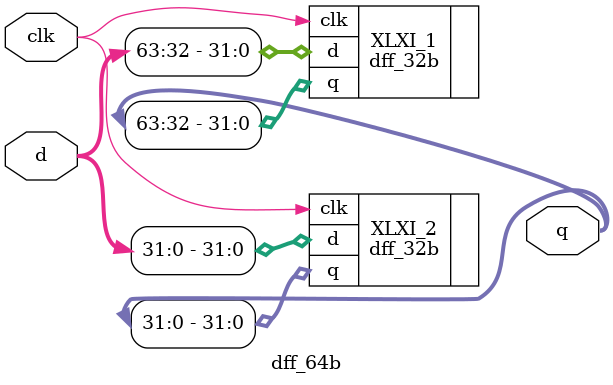
<source format=v>
`timescale 1ns / 1ps

module dff_64b(clk, 
               d, 
               q);

    input clk;
    input [63:0] d;
   output [63:0] q;
   
   
   dff_32b XLXI_1 (.clk(clk), 
                   .d(d[63:32]), 
                   .q(q[63:32]));
   dff_32b XLXI_2 (.clk(clk), 
                   .d(d[31:0]), 
                   .q(q[31:0]));
endmodule

</source>
